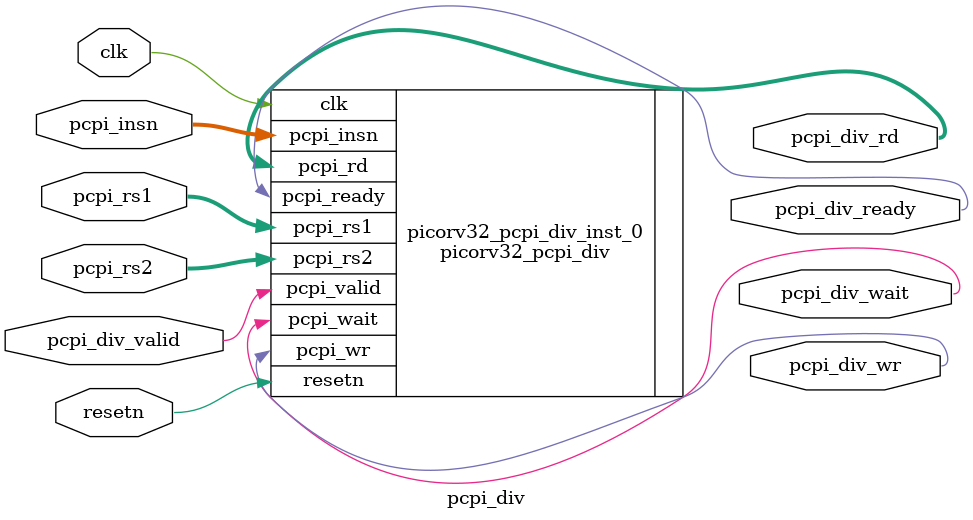
<source format=v>
module pcpi_div (
`ifdef USE_POWER_PINS
    inout vdd,	// User area 1 1.8V supply
    inout vss,	// User area 1 digital ground
`endif    
    input             clk,
    input             resetn,
    input             pcpi_div_valid,
    input      [31:0] pcpi_insn,
	input      [31:0] pcpi_rs1,
	input      [31:0] pcpi_rs2,
	output            pcpi_div_wr,
	output     [31:0] pcpi_div_rd,
	output            pcpi_div_wait,
	output            pcpi_div_ready
);

	picorv32_pcpi_div 
        picorv32_pcpi_div_inst_0 (
        .clk       (clk            ),
        .resetn    (resetn         ),
        .pcpi_valid(pcpi_div_valid ),
        .pcpi_insn (pcpi_insn      ),
        .pcpi_rs1  (pcpi_rs1       ),
        .pcpi_rs2  (pcpi_rs2       ),
        .pcpi_wr   (pcpi_div_wr    ),
        .pcpi_rd   (pcpi_div_rd    ),
        .pcpi_wait (pcpi_div_wait  ),
        .pcpi_ready(pcpi_div_ready )
    );
endmodule
</source>
